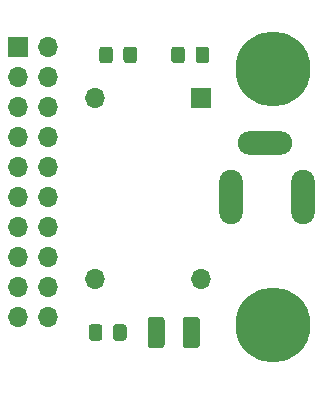
<source format=gts>
G04 #@! TF.GenerationSoftware,KiCad,Pcbnew,(5.1.10)-1*
G04 #@! TF.CreationDate,2021-09-23T17:15:10-04:00*
G04 #@! TF.ProjectId,MINI360,4d494e49-3336-4302-9e6b-696361645f70,X1*
G04 #@! TF.SameCoordinates,Original*
G04 #@! TF.FileFunction,Soldermask,Top*
G04 #@! TF.FilePolarity,Negative*
%FSLAX46Y46*%
G04 Gerber Fmt 4.6, Leading zero omitted, Abs format (unit mm)*
G04 Created by KiCad (PCBNEW (5.1.10)-1) date 2021-09-23 17:15:10*
%MOMM*%
%LPD*%
G01*
G04 APERTURE LIST*
%ADD10C,6.350000*%
%ADD11O,2.000000X4.600000*%
%ADD12O,4.600000X2.000000*%
%ADD13R,1.700000X1.700000*%
%ADD14O,1.700000X1.700000*%
G04 APERTURE END LIST*
D10*
X110490000Y-26035000D03*
X110490000Y-4348000D03*
G36*
G01*
X103955000Y-3625001D02*
X103955000Y-2724999D01*
G75*
G02*
X104204999Y-2475000I249999J0D01*
G01*
X104855001Y-2475000D01*
G75*
G02*
X105105000Y-2724999I0J-249999D01*
G01*
X105105000Y-3625001D01*
G75*
G02*
X104855001Y-3875000I-249999J0D01*
G01*
X104204999Y-3875000D01*
G75*
G02*
X103955000Y-3625001I0J249999D01*
G01*
G37*
G36*
G01*
X101905000Y-3625001D02*
X101905000Y-2724999D01*
G75*
G02*
X102154999Y-2475000I249999J0D01*
G01*
X102805001Y-2475000D01*
G75*
G02*
X103055000Y-2724999I0J-249999D01*
G01*
X103055000Y-3625001D01*
G75*
G02*
X102805001Y-3875000I-249999J0D01*
G01*
X102154999Y-3875000D01*
G75*
G02*
X101905000Y-3625001I0J249999D01*
G01*
G37*
G36*
G01*
X96970000Y-27120001D02*
X96970000Y-26219999D01*
G75*
G02*
X97219999Y-25970000I249999J0D01*
G01*
X97870001Y-25970000D01*
G75*
G02*
X98120000Y-26219999I0J-249999D01*
G01*
X98120000Y-27120001D01*
G75*
G02*
X97870001Y-27370000I-249999J0D01*
G01*
X97219999Y-27370000D01*
G75*
G02*
X96970000Y-27120001I0J249999D01*
G01*
G37*
G36*
G01*
X94920000Y-27120001D02*
X94920000Y-26219999D01*
G75*
G02*
X95169999Y-25970000I249999J0D01*
G01*
X95820001Y-25970000D01*
G75*
G02*
X96070000Y-26219999I0J-249999D01*
G01*
X96070000Y-27120001D01*
G75*
G02*
X95820001Y-27370000I-249999J0D01*
G01*
X95169999Y-27370000D01*
G75*
G02*
X94920000Y-27120001I0J249999D01*
G01*
G37*
G36*
G01*
X99908000Y-27745000D02*
X99908000Y-25595000D01*
G75*
G02*
X100158000Y-25345000I250000J0D01*
G01*
X101083000Y-25345000D01*
G75*
G02*
X101333000Y-25595000I0J-250000D01*
G01*
X101333000Y-27745000D01*
G75*
G02*
X101083000Y-27995000I-250000J0D01*
G01*
X100158000Y-27995000D01*
G75*
G02*
X99908000Y-27745000I0J250000D01*
G01*
G37*
G36*
G01*
X102883000Y-27745000D02*
X102883000Y-25595000D01*
G75*
G02*
X103133000Y-25345000I250000J0D01*
G01*
X104058000Y-25345000D01*
G75*
G02*
X104308000Y-25595000I0J-250000D01*
G01*
X104308000Y-27745000D01*
G75*
G02*
X104058000Y-27995000I-250000J0D01*
G01*
X103133000Y-27995000D01*
G75*
G02*
X102883000Y-27745000I0J250000D01*
G01*
G37*
G36*
G01*
X95800000Y-3625001D02*
X95800000Y-2724999D01*
G75*
G02*
X96049999Y-2475000I249999J0D01*
G01*
X96700001Y-2475000D01*
G75*
G02*
X96950000Y-2724999I0J-249999D01*
G01*
X96950000Y-3625001D01*
G75*
G02*
X96700001Y-3875000I-249999J0D01*
G01*
X96049999Y-3875000D01*
G75*
G02*
X95800000Y-3625001I0J249999D01*
G01*
G37*
G36*
G01*
X97850000Y-3625001D02*
X97850000Y-2724999D01*
G75*
G02*
X98099999Y-2475000I249999J0D01*
G01*
X98750001Y-2475000D01*
G75*
G02*
X99000000Y-2724999I0J-249999D01*
G01*
X99000000Y-3625001D01*
G75*
G02*
X98750001Y-3875000I-249999J0D01*
G01*
X98099999Y-3875000D01*
G75*
G02*
X97850000Y-3625001I0J249999D01*
G01*
G37*
D11*
X113030000Y-15240000D03*
X106930000Y-15240000D03*
D12*
X109830000Y-10640000D03*
D13*
X104410000Y-6815000D03*
D14*
X104410000Y-22115000D03*
X95410000Y-6815000D03*
X95410000Y-22115000D03*
D13*
X88900000Y-2540000D03*
D14*
X91440000Y-2540000D03*
X88900000Y-5080000D03*
X91440000Y-5080000D03*
X88900000Y-7620000D03*
X91440000Y-7620000D03*
X88900000Y-10160000D03*
X91440000Y-10160000D03*
X88900000Y-12700000D03*
X91440000Y-12700000D03*
X88900000Y-15240000D03*
X91440000Y-15240000D03*
X88900000Y-17780000D03*
X91440000Y-17780000D03*
X88900000Y-20320000D03*
X91440000Y-20320000D03*
X88900000Y-22860000D03*
X91440000Y-22860000D03*
X88900000Y-25400000D03*
X91440000Y-25400000D03*
M02*

</source>
